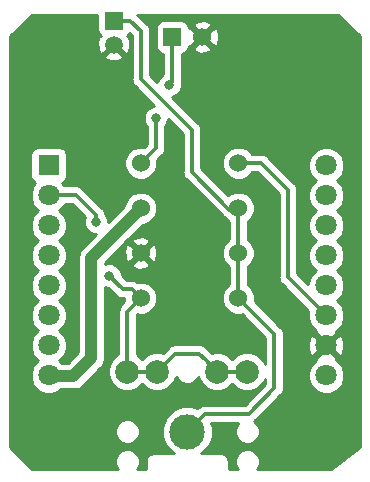
<source format=gbr>
G04 #@! TF.GenerationSoftware,KiCad,Pcbnew,5.0.0-fee4fd1~65~ubuntu17.10.1*
G04 #@! TF.CreationDate,2018-11-13T13:37:27+00:00*
G04 #@! TF.ProjectId,Power Monitor Version 1,506F776572204D6F6E69746F72205665,rev?*
G04 #@! TF.SameCoordinates,Original*
G04 #@! TF.FileFunction,Copper,L2,Bot,Signal*
G04 #@! TF.FilePolarity,Positive*
%FSLAX46Y46*%
G04 Gerber Fmt 4.6, Leading zero omitted, Abs format (unit mm)*
G04 Created by KiCad (PCBNEW 5.0.0-fee4fd1~65~ubuntu17.10.1) date Tue Nov 13 13:37:27 2018*
%MOMM*%
%LPD*%
G01*
G04 APERTURE LIST*
G04 #@! TA.AperFunction,ComponentPad*
%ADD10R,1.500000X1.500000*%
G04 #@! TD*
G04 #@! TA.AperFunction,ComponentPad*
%ADD11C,1.500000*%
G04 #@! TD*
G04 #@! TA.AperFunction,ComponentPad*
%ADD12R,1.524000X1.524000*%
G04 #@! TD*
G04 #@! TA.AperFunction,ComponentPad*
%ADD13C,1.524000*%
G04 #@! TD*
G04 #@! TA.AperFunction,ComponentPad*
%ADD14C,2.000000*%
G04 #@! TD*
G04 #@! TA.AperFunction,ComponentPad*
%ADD15C,3.000000*%
G04 #@! TD*
G04 #@! TA.AperFunction,ComponentPad*
%ADD16R,1.800000X1.800000*%
G04 #@! TD*
G04 #@! TA.AperFunction,ComponentPad*
%ADD17C,1.800000*%
G04 #@! TD*
G04 #@! TA.AperFunction,ViaPad*
%ADD18C,0.800000*%
G04 #@! TD*
G04 #@! TA.AperFunction,Conductor*
%ADD19C,0.300000*%
G04 #@! TD*
G04 #@! TA.AperFunction,Conductor*
%ADD20C,1.000000*%
G04 #@! TD*
G04 #@! TA.AperFunction,Conductor*
%ADD21C,0.254000*%
G04 #@! TD*
G04 APERTURE END LIST*
D10*
G04 #@! TO.P,C1,1*
G04 #@! TO.N,Net-(C1-Pad1)*
X129540000Y-73025000D03*
D11*
G04 #@! TO.P,C1,2*
G04 #@! TO.N,GND*
X129540000Y-75057000D03*
G04 #@! TD*
D12*
G04 #@! TO.P,D1,1*
G04 #@! TO.N,Net-(D1-Pad1)*
X134493000Y-74422000D03*
D13*
G04 #@! TO.P,D1,2*
G04 #@! TO.N,GND*
X137033000Y-74422000D03*
G04 #@! TD*
D14*
G04 #@! TO.P,J1,3*
G04 #@! TO.N,Net-(J1-Pad2)*
X133223000Y-102743000D03*
G04 #@! TO.P,J1,2*
X130683000Y-102743000D03*
G04 #@! TO.P,J1,4*
X138303000Y-102743000D03*
G04 #@! TO.P,J1,5*
X140843000Y-102743000D03*
D15*
G04 #@! TO.P,J1,1*
G04 #@! TO.N,Net-(C1-Pad1)*
X135763000Y-107823000D03*
G04 #@! TD*
D16*
G04 #@! TO.P,M1,1*
G04 #@! TO.N,N/C*
X124027001Y-85292001D03*
D17*
G04 #@! TO.P,M1,2*
G04 #@! TO.N,Net-(J1-Pad2)*
X124027001Y-87832001D03*
G04 #@! TO.P,M1,3*
G04 #@! TO.N,N/C*
X124027001Y-90372001D03*
G04 #@! TO.P,M1,4*
X124027001Y-92912001D03*
G04 #@! TO.P,M1,5*
X124027001Y-95452001D03*
G04 #@! TO.P,M1,6*
X124027001Y-97992001D03*
G04 #@! TO.P,M1,7*
X124027001Y-100532001D03*
G04 #@! TO.P,M1,9*
X147522001Y-103072001D03*
G04 #@! TO.P,M1,10*
G04 #@! TO.N,GND*
X147522001Y-100532001D03*
G04 #@! TO.P,M1,11*
G04 #@! TO.N,Net-(M1-Pad11)*
X147522001Y-97992001D03*
G04 #@! TO.P,M1,12*
G04 #@! TO.N,N/C*
X147522001Y-95452001D03*
G04 #@! TO.P,M1,13*
X147522001Y-92912001D03*
G04 #@! TO.P,M1,14*
X147522001Y-90372001D03*
G04 #@! TO.P,M1,8*
G04 #@! TO.N,+3V3*
X124027001Y-103072001D03*
G04 #@! TO.P,M1,15*
G04 #@! TO.N,N/C*
X147522001Y-87832001D03*
G04 #@! TO.P,M1,16*
X147522001Y-85292001D03*
G04 #@! TD*
D13*
G04 #@! TO.P,R1,1*
G04 #@! TO.N,Net-(J1-Pad2)*
X131826000Y-96520000D03*
G04 #@! TO.P,R1,2*
G04 #@! TO.N,Net-(C1-Pad1)*
X140081000Y-96520000D03*
G04 #@! TD*
G04 #@! TO.P,R2,1*
G04 #@! TO.N,+3V3*
X131826000Y-88900000D03*
G04 #@! TO.P,R2,2*
G04 #@! TO.N,Net-(C1-Pad1)*
X140081000Y-88900000D03*
G04 #@! TD*
G04 #@! TO.P,R3,2*
G04 #@! TO.N,GND*
X131826000Y-92710000D03*
G04 #@! TO.P,R3,1*
G04 #@! TO.N,Net-(C1-Pad1)*
X140081000Y-92710000D03*
G04 #@! TD*
G04 #@! TO.P,R4,2*
G04 #@! TO.N,Net-(D1-Pad1)*
X131826000Y-85090000D03*
G04 #@! TO.P,R4,1*
G04 #@! TO.N,Net-(M1-Pad11)*
X140081000Y-85090000D03*
G04 #@! TD*
D18*
G04 #@! TO.N,GND*
X139700000Y-77470000D03*
X142240000Y-77470000D03*
X144780000Y-77470000D03*
X144780000Y-80010000D03*
X142240000Y-80010000D03*
X139700000Y-80010000D03*
X127000000Y-77470000D03*
X124460000Y-77470000D03*
X121920000Y-77470000D03*
X121920000Y-80010000D03*
X124460000Y-80010000D03*
X127000000Y-80010000D03*
X135890000Y-88900000D03*
X135890000Y-91440000D03*
X135890000Y-93980000D03*
X125730000Y-106680000D03*
X125730000Y-109220000D03*
X123190000Y-106680000D03*
X144780000Y-106680000D03*
X147320000Y-106680000D03*
X144780000Y-109220000D03*
X143510000Y-96520000D03*
X142240000Y-88900000D03*
X135890000Y-96520000D03*
X128270000Y-86360000D03*
X125730000Y-91440000D03*
X125730000Y-96520000D03*
X121920000Y-91440000D03*
X121920000Y-96520000D03*
X149860000Y-91440000D03*
X149860000Y-96520000D03*
X146050000Y-91440000D03*
X147320000Y-77470000D03*
X147320000Y-80010000D03*
G04 #@! TO.N,Net-(D1-Pad1)*
X134239000Y-78486000D03*
X133096000Y-81280000D03*
G04 #@! TO.N,Net-(J1-Pad2)*
X129159000Y-94615000D03*
X128016000Y-90043000D03*
G04 #@! TD*
D19*
G04 #@! TO.N,Net-(C1-Pad1)*
X137262999Y-106323001D02*
X140945999Y-106323001D01*
X135763000Y-107823000D02*
X137262999Y-106323001D01*
X140945999Y-106323001D02*
X143129000Y-104140000D01*
X143129000Y-104140000D02*
X143129000Y-99568000D01*
X143129000Y-99568000D02*
X140081000Y-96520000D01*
X140081000Y-92710000D02*
X140081000Y-93787630D01*
X140081000Y-93787630D02*
X140081000Y-96520000D01*
X140081000Y-92710000D02*
X140081000Y-91632370D01*
X140081000Y-91632370D02*
X140081000Y-89027000D01*
X140081000Y-89027000D02*
X139319000Y-89027000D01*
X139319000Y-89027000D02*
X136144000Y-85852000D01*
X136144000Y-85852000D02*
X136144000Y-82296000D01*
X136144000Y-82296000D02*
X131826000Y-77978000D01*
X131826000Y-77978000D02*
X131826000Y-73914000D01*
X131826000Y-73914000D02*
X130937000Y-73025000D01*
X130937000Y-73025000D02*
X129540000Y-73025000D01*
G04 #@! TO.N,Net-(D1-Pad1)*
X134493000Y-74422000D02*
X134493000Y-78232000D01*
X134493000Y-78232000D02*
X134239000Y-78486000D01*
X133096000Y-81280000D02*
X133096000Y-83820000D01*
X133096000Y-83820000D02*
X131826000Y-85090000D01*
G04 #@! TO.N,Net-(J1-Pad2)*
X140843000Y-102743000D02*
X138303000Y-102743000D01*
X138303000Y-102743000D02*
X137303001Y-101743001D01*
X137303001Y-101743001D02*
X136779000Y-101219000D01*
X136779000Y-101219000D02*
X134747000Y-101219000D01*
X134747000Y-101219000D02*
X133223000Y-102743000D01*
X133223000Y-102743000D02*
X130683000Y-102743000D01*
X130683000Y-97663000D02*
X131064001Y-97281999D01*
X130683000Y-102743000D02*
X130683000Y-97663000D01*
X131064001Y-97281999D02*
X131826000Y-96520000D01*
X131064001Y-95758001D02*
X130302001Y-95758001D01*
X131826000Y-96520000D02*
X131064001Y-95758001D01*
X130302001Y-95758001D02*
X129159000Y-94615000D01*
X128016000Y-89477315D02*
X126295685Y-87757000D01*
X128016000Y-90043000D02*
X128016000Y-89477315D01*
X126295685Y-87757000D02*
X123952000Y-87757000D01*
G04 #@! TO.N,Net-(M1-Pad11)*
X147522001Y-97992001D02*
X144272000Y-94742000D01*
X144272000Y-94742000D02*
X144272000Y-87376000D01*
X144272000Y-87376000D02*
X141986000Y-85090000D01*
X141986000Y-85090000D02*
X140081000Y-85090000D01*
D20*
G04 #@! TO.N,+3V3*
X131826000Y-88900000D02*
X127635000Y-93091000D01*
X127635000Y-93091000D02*
X127635000Y-101600000D01*
X127635000Y-101600000D02*
X126111000Y-103124000D01*
X126111000Y-103124000D02*
X123952000Y-103124000D01*
G04 #@! TD*
D21*
G04 #@! TO.N,GND*
G36*
X150368000Y-74347606D02*
X150368000Y-109156500D01*
X147912667Y-110998000D01*
X141671711Y-110998000D01*
X141720431Y-110949280D01*
X141878000Y-110568874D01*
X141878000Y-110157126D01*
X141720431Y-109776720D01*
X141429280Y-109485569D01*
X141048874Y-109328000D01*
X140637126Y-109328000D01*
X140256720Y-109485569D01*
X139965569Y-109776720D01*
X139808000Y-110157126D01*
X139808000Y-110568874D01*
X139965569Y-110949280D01*
X140014289Y-110998000D01*
X139267000Y-110998000D01*
X139267000Y-110432926D01*
X139280909Y-110363000D01*
X139234851Y-110131447D01*
X139225805Y-110085972D01*
X139209118Y-110060998D01*
X139068881Y-109851119D01*
X138834028Y-109694195D01*
X138626926Y-109653000D01*
X138626925Y-109653000D01*
X138557000Y-109639091D01*
X138487074Y-109653000D01*
X136924014Y-109653000D01*
X136972380Y-109632966D01*
X137572966Y-109032380D01*
X137898000Y-108247678D01*
X137898000Y-107398322D01*
X137777745Y-107108001D01*
X140094288Y-107108001D01*
X139965569Y-107236720D01*
X139808000Y-107617126D01*
X139808000Y-108028874D01*
X139965569Y-108409280D01*
X140256720Y-108700431D01*
X140637126Y-108858000D01*
X141048874Y-108858000D01*
X141429280Y-108700431D01*
X141720431Y-108409280D01*
X141878000Y-108028874D01*
X141878000Y-107617126D01*
X141720431Y-107236720D01*
X141429280Y-106945569D01*
X141428010Y-106945043D01*
X141511952Y-106888954D01*
X141555748Y-106823409D01*
X143629408Y-104749749D01*
X143694953Y-104705953D01*
X143868454Y-104446292D01*
X143914000Y-104217316D01*
X143914000Y-104217312D01*
X143929378Y-104140000D01*
X143914000Y-104062688D01*
X143914000Y-102766671D01*
X145987001Y-102766671D01*
X145987001Y-103377331D01*
X146220691Y-103941508D01*
X146652494Y-104373311D01*
X147216671Y-104607001D01*
X147827331Y-104607001D01*
X148391508Y-104373311D01*
X148823311Y-103941508D01*
X149057001Y-103377331D01*
X149057001Y-102766671D01*
X148823311Y-102202494D01*
X148391508Y-101770691D01*
X148371886Y-101762563D01*
X148422555Y-101612160D01*
X147522001Y-100711606D01*
X146621447Y-101612160D01*
X146672116Y-101762563D01*
X146652494Y-101770691D01*
X146220691Y-102202494D01*
X145987001Y-102766671D01*
X143914000Y-102766671D01*
X143914000Y-100291337D01*
X145975543Y-100291337D01*
X146001162Y-100901461D01*
X146185358Y-101346149D01*
X146441842Y-101432555D01*
X147342396Y-100532001D01*
X147701606Y-100532001D01*
X148602160Y-101432555D01*
X148858644Y-101346149D01*
X149068459Y-100772665D01*
X149042840Y-100162541D01*
X148858644Y-99717853D01*
X148602160Y-99631447D01*
X147701606Y-100532001D01*
X147342396Y-100532001D01*
X146441842Y-99631447D01*
X146185358Y-99717853D01*
X145975543Y-100291337D01*
X143914000Y-100291337D01*
X143914000Y-99645312D01*
X143929378Y-99568000D01*
X143914000Y-99490688D01*
X143914000Y-99490684D01*
X143868454Y-99261708D01*
X143824120Y-99195358D01*
X143738749Y-99067591D01*
X143738747Y-99067589D01*
X143694953Y-99002047D01*
X143629411Y-98958253D01*
X141475375Y-96804218D01*
X141478000Y-96797881D01*
X141478000Y-96242119D01*
X141265320Y-95728663D01*
X140872337Y-95335680D01*
X140866000Y-95333055D01*
X140866000Y-93896945D01*
X140872337Y-93894320D01*
X141265320Y-93501337D01*
X141478000Y-92987881D01*
X141478000Y-92432119D01*
X141265320Y-91918663D01*
X140872337Y-91525680D01*
X140866000Y-91523055D01*
X140866000Y-90086945D01*
X140872337Y-90084320D01*
X141265320Y-89691337D01*
X141478000Y-89177881D01*
X141478000Y-88622119D01*
X141265320Y-88108663D01*
X140872337Y-87715680D01*
X140358881Y-87503000D01*
X139803119Y-87503000D01*
X139289663Y-87715680D01*
X139203750Y-87801593D01*
X136929000Y-85526843D01*
X136929000Y-84812119D01*
X138684000Y-84812119D01*
X138684000Y-85367881D01*
X138896680Y-85881337D01*
X139289663Y-86274320D01*
X139803119Y-86487000D01*
X140358881Y-86487000D01*
X140872337Y-86274320D01*
X141265320Y-85881337D01*
X141267945Y-85875000D01*
X141660843Y-85875000D01*
X143487001Y-87701159D01*
X143487000Y-94664688D01*
X143471622Y-94742000D01*
X143487000Y-94819312D01*
X143487000Y-94819315D01*
X143514511Y-94957623D01*
X143532546Y-95048291D01*
X143628602Y-95192048D01*
X143706047Y-95307953D01*
X143771592Y-95351749D01*
X146022005Y-97602163D01*
X145987001Y-97686671D01*
X145987001Y-98297331D01*
X146220691Y-98861508D01*
X146652494Y-99293311D01*
X146672116Y-99301439D01*
X146621447Y-99451842D01*
X147522001Y-100352396D01*
X148422555Y-99451842D01*
X148371886Y-99301439D01*
X148391508Y-99293311D01*
X148823311Y-98861508D01*
X149057001Y-98297331D01*
X149057001Y-97686671D01*
X148823311Y-97122494D01*
X148422818Y-96722001D01*
X148823311Y-96321508D01*
X149057001Y-95757331D01*
X149057001Y-95146671D01*
X148823311Y-94582494D01*
X148422818Y-94182001D01*
X148823311Y-93781508D01*
X149057001Y-93217331D01*
X149057001Y-92606671D01*
X148823311Y-92042494D01*
X148422818Y-91642001D01*
X148823311Y-91241508D01*
X149057001Y-90677331D01*
X149057001Y-90066671D01*
X148823311Y-89502494D01*
X148422818Y-89102001D01*
X148823311Y-88701508D01*
X149057001Y-88137331D01*
X149057001Y-87526671D01*
X148823311Y-86962494D01*
X148422818Y-86562001D01*
X148823311Y-86161508D01*
X149057001Y-85597331D01*
X149057001Y-84986671D01*
X148823311Y-84422494D01*
X148391508Y-83990691D01*
X147827331Y-83757001D01*
X147216671Y-83757001D01*
X146652494Y-83990691D01*
X146220691Y-84422494D01*
X145987001Y-84986671D01*
X145987001Y-85597331D01*
X146220691Y-86161508D01*
X146621184Y-86562001D01*
X146220691Y-86962494D01*
X145987001Y-87526671D01*
X145987001Y-88137331D01*
X146220691Y-88701508D01*
X146621184Y-89102001D01*
X146220691Y-89502494D01*
X145987001Y-90066671D01*
X145987001Y-90677331D01*
X146220691Y-91241508D01*
X146621184Y-91642001D01*
X146220691Y-92042494D01*
X145987001Y-92606671D01*
X145987001Y-93217331D01*
X146220691Y-93781508D01*
X146621184Y-94182001D01*
X146220691Y-94582494D01*
X145987001Y-95146671D01*
X145987001Y-95346844D01*
X145057000Y-94416843D01*
X145057000Y-87453310D01*
X145072378Y-87375999D01*
X145057000Y-87298688D01*
X145057000Y-87298684D01*
X145011454Y-87069708D01*
X144931885Y-86950625D01*
X144881749Y-86875591D01*
X144881747Y-86875589D01*
X144837953Y-86810047D01*
X144772411Y-86766253D01*
X142595749Y-84589592D01*
X142551953Y-84524047D01*
X142292292Y-84350546D01*
X142063316Y-84305000D01*
X142063312Y-84305000D01*
X141986000Y-84289622D01*
X141908688Y-84305000D01*
X141267945Y-84305000D01*
X141265320Y-84298663D01*
X140872337Y-83905680D01*
X140358881Y-83693000D01*
X139803119Y-83693000D01*
X139289663Y-83905680D01*
X138896680Y-84298663D01*
X138684000Y-84812119D01*
X136929000Y-84812119D01*
X136929000Y-82373310D01*
X136944378Y-82295999D01*
X136929000Y-82218688D01*
X136929000Y-82218684D01*
X136883454Y-81989708D01*
X136800982Y-81866280D01*
X136753749Y-81795591D01*
X136753747Y-81795589D01*
X136709953Y-81730047D01*
X136644411Y-81686253D01*
X134469116Y-79510959D01*
X134825280Y-79363431D01*
X135116431Y-79072280D01*
X135274000Y-78691874D01*
X135274000Y-78329425D01*
X135278000Y-78309316D01*
X135278000Y-78309311D01*
X135293378Y-78232001D01*
X135278000Y-78154690D01*
X135278000Y-75826865D01*
X135502765Y-75782157D01*
X135712809Y-75641809D01*
X135853157Y-75431765D01*
X135859035Y-75402213D01*
X136232392Y-75402213D01*
X136301857Y-75644397D01*
X136825302Y-75831144D01*
X137380368Y-75803362D01*
X137764143Y-75644397D01*
X137833608Y-75402213D01*
X137033000Y-74601605D01*
X136232392Y-75402213D01*
X135859035Y-75402213D01*
X135902440Y-75184000D01*
X135902440Y-75179484D01*
X136052787Y-75222608D01*
X136853395Y-74422000D01*
X137212605Y-74422000D01*
X138013213Y-75222608D01*
X138255397Y-75153143D01*
X138442144Y-74629698D01*
X138414362Y-74074632D01*
X138255397Y-73690857D01*
X138013213Y-73621392D01*
X137212605Y-74422000D01*
X136853395Y-74422000D01*
X136052787Y-73621392D01*
X135902440Y-73664516D01*
X135902440Y-73660000D01*
X135859036Y-73441787D01*
X136232392Y-73441787D01*
X137033000Y-74242395D01*
X137833608Y-73441787D01*
X137764143Y-73199603D01*
X137240698Y-73012856D01*
X136685632Y-73040638D01*
X136301857Y-73199603D01*
X136232392Y-73441787D01*
X135859036Y-73441787D01*
X135853157Y-73412235D01*
X135712809Y-73202191D01*
X135502765Y-73061843D01*
X135255000Y-73012560D01*
X133731000Y-73012560D01*
X133483235Y-73061843D01*
X133273191Y-73202191D01*
X133132843Y-73412235D01*
X133083560Y-73660000D01*
X133083560Y-75184000D01*
X133132843Y-75431765D01*
X133273191Y-75641809D01*
X133483235Y-75782157D01*
X133708000Y-75826865D01*
X133708001Y-77585671D01*
X133652720Y-77608569D01*
X133361569Y-77899720D01*
X133214041Y-78255884D01*
X132611000Y-77652843D01*
X132611000Y-73991312D01*
X132626378Y-73914000D01*
X132611000Y-73836688D01*
X132611000Y-73836684D01*
X132565454Y-73607708D01*
X132491318Y-73496756D01*
X132435749Y-73413591D01*
X132435747Y-73413589D01*
X132391953Y-73348047D01*
X132326411Y-73304253D01*
X131546749Y-72524592D01*
X131541676Y-72517000D01*
X148537394Y-72517000D01*
X150368000Y-74347606D01*
X150368000Y-74347606D01*
G37*
X150368000Y-74347606D02*
X150368000Y-109156500D01*
X147912667Y-110998000D01*
X141671711Y-110998000D01*
X141720431Y-110949280D01*
X141878000Y-110568874D01*
X141878000Y-110157126D01*
X141720431Y-109776720D01*
X141429280Y-109485569D01*
X141048874Y-109328000D01*
X140637126Y-109328000D01*
X140256720Y-109485569D01*
X139965569Y-109776720D01*
X139808000Y-110157126D01*
X139808000Y-110568874D01*
X139965569Y-110949280D01*
X140014289Y-110998000D01*
X139267000Y-110998000D01*
X139267000Y-110432926D01*
X139280909Y-110363000D01*
X139234851Y-110131447D01*
X139225805Y-110085972D01*
X139209118Y-110060998D01*
X139068881Y-109851119D01*
X138834028Y-109694195D01*
X138626926Y-109653000D01*
X138626925Y-109653000D01*
X138557000Y-109639091D01*
X138487074Y-109653000D01*
X136924014Y-109653000D01*
X136972380Y-109632966D01*
X137572966Y-109032380D01*
X137898000Y-108247678D01*
X137898000Y-107398322D01*
X137777745Y-107108001D01*
X140094288Y-107108001D01*
X139965569Y-107236720D01*
X139808000Y-107617126D01*
X139808000Y-108028874D01*
X139965569Y-108409280D01*
X140256720Y-108700431D01*
X140637126Y-108858000D01*
X141048874Y-108858000D01*
X141429280Y-108700431D01*
X141720431Y-108409280D01*
X141878000Y-108028874D01*
X141878000Y-107617126D01*
X141720431Y-107236720D01*
X141429280Y-106945569D01*
X141428010Y-106945043D01*
X141511952Y-106888954D01*
X141555748Y-106823409D01*
X143629408Y-104749749D01*
X143694953Y-104705953D01*
X143868454Y-104446292D01*
X143914000Y-104217316D01*
X143914000Y-104217312D01*
X143929378Y-104140000D01*
X143914000Y-104062688D01*
X143914000Y-102766671D01*
X145987001Y-102766671D01*
X145987001Y-103377331D01*
X146220691Y-103941508D01*
X146652494Y-104373311D01*
X147216671Y-104607001D01*
X147827331Y-104607001D01*
X148391508Y-104373311D01*
X148823311Y-103941508D01*
X149057001Y-103377331D01*
X149057001Y-102766671D01*
X148823311Y-102202494D01*
X148391508Y-101770691D01*
X148371886Y-101762563D01*
X148422555Y-101612160D01*
X147522001Y-100711606D01*
X146621447Y-101612160D01*
X146672116Y-101762563D01*
X146652494Y-101770691D01*
X146220691Y-102202494D01*
X145987001Y-102766671D01*
X143914000Y-102766671D01*
X143914000Y-100291337D01*
X145975543Y-100291337D01*
X146001162Y-100901461D01*
X146185358Y-101346149D01*
X146441842Y-101432555D01*
X147342396Y-100532001D01*
X147701606Y-100532001D01*
X148602160Y-101432555D01*
X148858644Y-101346149D01*
X149068459Y-100772665D01*
X149042840Y-100162541D01*
X148858644Y-99717853D01*
X148602160Y-99631447D01*
X147701606Y-100532001D01*
X147342396Y-100532001D01*
X146441842Y-99631447D01*
X146185358Y-99717853D01*
X145975543Y-100291337D01*
X143914000Y-100291337D01*
X143914000Y-99645312D01*
X143929378Y-99568000D01*
X143914000Y-99490688D01*
X143914000Y-99490684D01*
X143868454Y-99261708D01*
X143824120Y-99195358D01*
X143738749Y-99067591D01*
X143738747Y-99067589D01*
X143694953Y-99002047D01*
X143629411Y-98958253D01*
X141475375Y-96804218D01*
X141478000Y-96797881D01*
X141478000Y-96242119D01*
X141265320Y-95728663D01*
X140872337Y-95335680D01*
X140866000Y-95333055D01*
X140866000Y-93896945D01*
X140872337Y-93894320D01*
X141265320Y-93501337D01*
X141478000Y-92987881D01*
X141478000Y-92432119D01*
X141265320Y-91918663D01*
X140872337Y-91525680D01*
X140866000Y-91523055D01*
X140866000Y-90086945D01*
X140872337Y-90084320D01*
X141265320Y-89691337D01*
X141478000Y-89177881D01*
X141478000Y-88622119D01*
X141265320Y-88108663D01*
X140872337Y-87715680D01*
X140358881Y-87503000D01*
X139803119Y-87503000D01*
X139289663Y-87715680D01*
X139203750Y-87801593D01*
X136929000Y-85526843D01*
X136929000Y-84812119D01*
X138684000Y-84812119D01*
X138684000Y-85367881D01*
X138896680Y-85881337D01*
X139289663Y-86274320D01*
X139803119Y-86487000D01*
X140358881Y-86487000D01*
X140872337Y-86274320D01*
X141265320Y-85881337D01*
X141267945Y-85875000D01*
X141660843Y-85875000D01*
X143487001Y-87701159D01*
X143487000Y-94664688D01*
X143471622Y-94742000D01*
X143487000Y-94819312D01*
X143487000Y-94819315D01*
X143514511Y-94957623D01*
X143532546Y-95048291D01*
X143628602Y-95192048D01*
X143706047Y-95307953D01*
X143771592Y-95351749D01*
X146022005Y-97602163D01*
X145987001Y-97686671D01*
X145987001Y-98297331D01*
X146220691Y-98861508D01*
X146652494Y-99293311D01*
X146672116Y-99301439D01*
X146621447Y-99451842D01*
X147522001Y-100352396D01*
X148422555Y-99451842D01*
X148371886Y-99301439D01*
X148391508Y-99293311D01*
X148823311Y-98861508D01*
X149057001Y-98297331D01*
X149057001Y-97686671D01*
X148823311Y-97122494D01*
X148422818Y-96722001D01*
X148823311Y-96321508D01*
X149057001Y-95757331D01*
X149057001Y-95146671D01*
X148823311Y-94582494D01*
X148422818Y-94182001D01*
X148823311Y-93781508D01*
X149057001Y-93217331D01*
X149057001Y-92606671D01*
X148823311Y-92042494D01*
X148422818Y-91642001D01*
X148823311Y-91241508D01*
X149057001Y-90677331D01*
X149057001Y-90066671D01*
X148823311Y-89502494D01*
X148422818Y-89102001D01*
X148823311Y-88701508D01*
X149057001Y-88137331D01*
X149057001Y-87526671D01*
X148823311Y-86962494D01*
X148422818Y-86562001D01*
X148823311Y-86161508D01*
X149057001Y-85597331D01*
X149057001Y-84986671D01*
X148823311Y-84422494D01*
X148391508Y-83990691D01*
X147827331Y-83757001D01*
X147216671Y-83757001D01*
X146652494Y-83990691D01*
X146220691Y-84422494D01*
X145987001Y-84986671D01*
X145987001Y-85597331D01*
X146220691Y-86161508D01*
X146621184Y-86562001D01*
X146220691Y-86962494D01*
X145987001Y-87526671D01*
X145987001Y-88137331D01*
X146220691Y-88701508D01*
X146621184Y-89102001D01*
X146220691Y-89502494D01*
X145987001Y-90066671D01*
X145987001Y-90677331D01*
X146220691Y-91241508D01*
X146621184Y-91642001D01*
X146220691Y-92042494D01*
X145987001Y-92606671D01*
X145987001Y-93217331D01*
X146220691Y-93781508D01*
X146621184Y-94182001D01*
X146220691Y-94582494D01*
X145987001Y-95146671D01*
X145987001Y-95346844D01*
X145057000Y-94416843D01*
X145057000Y-87453310D01*
X145072378Y-87375999D01*
X145057000Y-87298688D01*
X145057000Y-87298684D01*
X145011454Y-87069708D01*
X144931885Y-86950625D01*
X144881749Y-86875591D01*
X144881747Y-86875589D01*
X144837953Y-86810047D01*
X144772411Y-86766253D01*
X142595749Y-84589592D01*
X142551953Y-84524047D01*
X142292292Y-84350546D01*
X142063316Y-84305000D01*
X142063312Y-84305000D01*
X141986000Y-84289622D01*
X141908688Y-84305000D01*
X141267945Y-84305000D01*
X141265320Y-84298663D01*
X140872337Y-83905680D01*
X140358881Y-83693000D01*
X139803119Y-83693000D01*
X139289663Y-83905680D01*
X138896680Y-84298663D01*
X138684000Y-84812119D01*
X136929000Y-84812119D01*
X136929000Y-82373310D01*
X136944378Y-82295999D01*
X136929000Y-82218688D01*
X136929000Y-82218684D01*
X136883454Y-81989708D01*
X136800982Y-81866280D01*
X136753749Y-81795591D01*
X136753747Y-81795589D01*
X136709953Y-81730047D01*
X136644411Y-81686253D01*
X134469116Y-79510959D01*
X134825280Y-79363431D01*
X135116431Y-79072280D01*
X135274000Y-78691874D01*
X135274000Y-78329425D01*
X135278000Y-78309316D01*
X135278000Y-78309311D01*
X135293378Y-78232001D01*
X135278000Y-78154690D01*
X135278000Y-75826865D01*
X135502765Y-75782157D01*
X135712809Y-75641809D01*
X135853157Y-75431765D01*
X135859035Y-75402213D01*
X136232392Y-75402213D01*
X136301857Y-75644397D01*
X136825302Y-75831144D01*
X137380368Y-75803362D01*
X137764143Y-75644397D01*
X137833608Y-75402213D01*
X137033000Y-74601605D01*
X136232392Y-75402213D01*
X135859035Y-75402213D01*
X135902440Y-75184000D01*
X135902440Y-75179484D01*
X136052787Y-75222608D01*
X136853395Y-74422000D01*
X137212605Y-74422000D01*
X138013213Y-75222608D01*
X138255397Y-75153143D01*
X138442144Y-74629698D01*
X138414362Y-74074632D01*
X138255397Y-73690857D01*
X138013213Y-73621392D01*
X137212605Y-74422000D01*
X136853395Y-74422000D01*
X136052787Y-73621392D01*
X135902440Y-73664516D01*
X135902440Y-73660000D01*
X135859036Y-73441787D01*
X136232392Y-73441787D01*
X137033000Y-74242395D01*
X137833608Y-73441787D01*
X137764143Y-73199603D01*
X137240698Y-73012856D01*
X136685632Y-73040638D01*
X136301857Y-73199603D01*
X136232392Y-73441787D01*
X135859036Y-73441787D01*
X135853157Y-73412235D01*
X135712809Y-73202191D01*
X135502765Y-73061843D01*
X135255000Y-73012560D01*
X133731000Y-73012560D01*
X133483235Y-73061843D01*
X133273191Y-73202191D01*
X133132843Y-73412235D01*
X133083560Y-73660000D01*
X133083560Y-75184000D01*
X133132843Y-75431765D01*
X133273191Y-75641809D01*
X133483235Y-75782157D01*
X133708000Y-75826865D01*
X133708001Y-77585671D01*
X133652720Y-77608569D01*
X133361569Y-77899720D01*
X133214041Y-78255884D01*
X132611000Y-77652843D01*
X132611000Y-73991312D01*
X132626378Y-73914000D01*
X132611000Y-73836688D01*
X132611000Y-73836684D01*
X132565454Y-73607708D01*
X132491318Y-73496756D01*
X132435749Y-73413591D01*
X132435747Y-73413589D01*
X132391953Y-73348047D01*
X132326411Y-73304253D01*
X131546749Y-72524592D01*
X131541676Y-72517000D01*
X148537394Y-72517000D01*
X150368000Y-74347606D01*
G36*
X128142560Y-73775000D02*
X128191843Y-74022765D01*
X128332191Y-74232809D01*
X128436315Y-74302383D01*
X128327540Y-74333077D01*
X128142799Y-74852171D01*
X128170770Y-75402448D01*
X128327540Y-75780923D01*
X128568483Y-75848912D01*
X129360395Y-75057000D01*
X129346253Y-75042858D01*
X129525858Y-74863253D01*
X129540000Y-74877395D01*
X129554143Y-74863253D01*
X129733748Y-75042858D01*
X129719605Y-75057000D01*
X130511517Y-75848912D01*
X130752460Y-75780923D01*
X130937201Y-75261829D01*
X130909230Y-74711552D01*
X130752460Y-74333077D01*
X130643685Y-74302383D01*
X130747809Y-74232809D01*
X130862703Y-74060860D01*
X131041001Y-74239159D01*
X131041000Y-77900688D01*
X131025622Y-77978000D01*
X131041000Y-78055312D01*
X131041000Y-78055315D01*
X131086546Y-78284291D01*
X131260047Y-78543953D01*
X131325592Y-78587749D01*
X132982843Y-80245000D01*
X132890126Y-80245000D01*
X132509720Y-80402569D01*
X132218569Y-80693720D01*
X132061000Y-81074126D01*
X132061000Y-81485874D01*
X132218569Y-81866280D01*
X132311000Y-81958711D01*
X132311001Y-83494841D01*
X132110218Y-83695625D01*
X132103881Y-83693000D01*
X131548119Y-83693000D01*
X131034663Y-83905680D01*
X130641680Y-84298663D01*
X130429000Y-84812119D01*
X130429000Y-85367881D01*
X130641680Y-85881337D01*
X131034663Y-86274320D01*
X131548119Y-86487000D01*
X132103881Y-86487000D01*
X132617337Y-86274320D01*
X133010320Y-85881337D01*
X133223000Y-85367881D01*
X133223000Y-84812119D01*
X133220375Y-84805782D01*
X133596411Y-84429747D01*
X133661953Y-84385953D01*
X133705747Y-84320411D01*
X133705749Y-84320409D01*
X133755885Y-84245375D01*
X133835454Y-84126292D01*
X133881000Y-83897316D01*
X133881000Y-83897312D01*
X133896378Y-83820001D01*
X133881000Y-83742690D01*
X133881000Y-81958711D01*
X133973431Y-81866280D01*
X134131000Y-81485874D01*
X134131000Y-81393158D01*
X135359001Y-82621159D01*
X135359000Y-85774688D01*
X135343622Y-85852000D01*
X135359000Y-85929312D01*
X135359000Y-85929315D01*
X135404546Y-86158291D01*
X135578047Y-86417953D01*
X135643592Y-86461749D01*
X138709253Y-89527411D01*
X138753047Y-89592953D01*
X138818589Y-89636747D01*
X138818591Y-89636749D01*
X138895299Y-89688004D01*
X138896680Y-89691337D01*
X139289663Y-90084320D01*
X139296001Y-90086945D01*
X139296000Y-91523055D01*
X139289663Y-91525680D01*
X138896680Y-91918663D01*
X138684000Y-92432119D01*
X138684000Y-92987881D01*
X138896680Y-93501337D01*
X139289663Y-93894320D01*
X139296000Y-93896945D01*
X139296001Y-95333055D01*
X139289663Y-95335680D01*
X138896680Y-95728663D01*
X138684000Y-96242119D01*
X138684000Y-96797881D01*
X138896680Y-97311337D01*
X139289663Y-97704320D01*
X139803119Y-97917000D01*
X140358881Y-97917000D01*
X140365218Y-97914375D01*
X142344001Y-99893159D01*
X142344000Y-102094275D01*
X142229086Y-101816847D01*
X141769153Y-101356914D01*
X141168222Y-101108000D01*
X140517778Y-101108000D01*
X139916847Y-101356914D01*
X139573000Y-101700761D01*
X139229153Y-101356914D01*
X138628222Y-101108000D01*
X137977778Y-101108000D01*
X137836625Y-101166467D01*
X137388749Y-100718592D01*
X137344953Y-100653047D01*
X137085292Y-100479546D01*
X136856316Y-100434000D01*
X136856312Y-100434000D01*
X136779000Y-100418622D01*
X136701688Y-100434000D01*
X134824310Y-100434000D01*
X134746999Y-100418622D01*
X134669688Y-100434000D01*
X134669684Y-100434000D01*
X134440708Y-100479546D01*
X134440706Y-100479547D01*
X134440707Y-100479547D01*
X134246591Y-100609251D01*
X134246589Y-100609253D01*
X134181047Y-100653047D01*
X134137253Y-100718589D01*
X133689375Y-101166467D01*
X133548222Y-101108000D01*
X132897778Y-101108000D01*
X132296847Y-101356914D01*
X131953000Y-101700761D01*
X131609153Y-101356914D01*
X131468000Y-101298446D01*
X131468000Y-97988157D01*
X131541782Y-97914375D01*
X131548119Y-97917000D01*
X132103881Y-97917000D01*
X132617337Y-97704320D01*
X133010320Y-97311337D01*
X133223000Y-96797881D01*
X133223000Y-96242119D01*
X133010320Y-95728663D01*
X132617337Y-95335680D01*
X132103881Y-95123000D01*
X131548119Y-95123000D01*
X131534845Y-95128498D01*
X131370293Y-95018547D01*
X131141317Y-94973001D01*
X131141313Y-94973001D01*
X131064001Y-94957623D01*
X130986689Y-94973001D01*
X130627158Y-94973001D01*
X130194000Y-94539843D01*
X130194000Y-94409126D01*
X130036431Y-94028720D01*
X129745280Y-93737569D01*
X129630953Y-93690213D01*
X131025392Y-93690213D01*
X131094857Y-93932397D01*
X131618302Y-94119144D01*
X132173368Y-94091362D01*
X132557143Y-93932397D01*
X132626608Y-93690213D01*
X131826000Y-92889605D01*
X131025392Y-93690213D01*
X129630953Y-93690213D01*
X129364874Y-93580000D01*
X128953126Y-93580000D01*
X128770000Y-93655853D01*
X128770000Y-93561131D01*
X129828829Y-92502302D01*
X130416856Y-92502302D01*
X130444638Y-93057368D01*
X130603603Y-93441143D01*
X130845787Y-93510608D01*
X131646395Y-92710000D01*
X132005605Y-92710000D01*
X132806213Y-93510608D01*
X133048397Y-93441143D01*
X133235144Y-92917698D01*
X133207362Y-92362632D01*
X133048397Y-91978857D01*
X132806213Y-91909392D01*
X132005605Y-92710000D01*
X131646395Y-92710000D01*
X130845787Y-91909392D01*
X130603603Y-91978857D01*
X130416856Y-92502302D01*
X129828829Y-92502302D01*
X130601344Y-91729787D01*
X131025392Y-91729787D01*
X131826000Y-92530395D01*
X132626608Y-91729787D01*
X132557143Y-91487603D01*
X132033698Y-91300856D01*
X131478632Y-91328638D01*
X131094857Y-91487603D01*
X131025392Y-91729787D01*
X130601344Y-91729787D01*
X132034132Y-90297000D01*
X132103881Y-90297000D01*
X132617337Y-90084320D01*
X133010320Y-89691337D01*
X133223000Y-89177881D01*
X133223000Y-88622119D01*
X133010320Y-88108663D01*
X132617337Y-87715680D01*
X132103881Y-87503000D01*
X131548119Y-87503000D01*
X131034663Y-87715680D01*
X130641680Y-88108663D01*
X130429000Y-88622119D01*
X130429000Y-88691868D01*
X129051000Y-90069868D01*
X129051000Y-89837126D01*
X128893431Y-89456720D01*
X128792133Y-89355422D01*
X128755454Y-89171023D01*
X128751810Y-89165569D01*
X128625749Y-88976906D01*
X128625747Y-88976904D01*
X128581953Y-88911362D01*
X128516411Y-88867568D01*
X126905434Y-87256592D01*
X126861638Y-87191047D01*
X126601977Y-87017546D01*
X126373001Y-86972000D01*
X126372997Y-86972000D01*
X126295685Y-86956622D01*
X126218373Y-86972000D01*
X125332249Y-86972000D01*
X125328311Y-86962494D01*
X125159093Y-86793276D01*
X125174766Y-86790158D01*
X125384810Y-86649810D01*
X125525158Y-86439766D01*
X125574441Y-86192001D01*
X125574441Y-84392001D01*
X125525158Y-84144236D01*
X125384810Y-83934192D01*
X125174766Y-83793844D01*
X124927001Y-83744561D01*
X123127001Y-83744561D01*
X122879236Y-83793844D01*
X122669192Y-83934192D01*
X122528844Y-84144236D01*
X122479561Y-84392001D01*
X122479561Y-86192001D01*
X122528844Y-86439766D01*
X122669192Y-86649810D01*
X122879236Y-86790158D01*
X122894909Y-86793276D01*
X122725691Y-86962494D01*
X122492001Y-87526671D01*
X122492001Y-88137331D01*
X122725691Y-88701508D01*
X123126184Y-89102001D01*
X122725691Y-89502494D01*
X122492001Y-90066671D01*
X122492001Y-90677331D01*
X122725691Y-91241508D01*
X123126184Y-91642001D01*
X122725691Y-92042494D01*
X122492001Y-92606671D01*
X122492001Y-93217331D01*
X122725691Y-93781508D01*
X123126184Y-94182001D01*
X122725691Y-94582494D01*
X122492001Y-95146671D01*
X122492001Y-95757331D01*
X122725691Y-96321508D01*
X123126184Y-96722001D01*
X122725691Y-97122494D01*
X122492001Y-97686671D01*
X122492001Y-98297331D01*
X122725691Y-98861508D01*
X123126184Y-99262001D01*
X122725691Y-99662494D01*
X122492001Y-100226671D01*
X122492001Y-100837331D01*
X122725691Y-101401508D01*
X123126184Y-101802001D01*
X122725691Y-102202494D01*
X122492001Y-102766671D01*
X122492001Y-103377331D01*
X122725691Y-103941508D01*
X123157494Y-104373311D01*
X123721671Y-104607001D01*
X124332331Y-104607001D01*
X124896508Y-104373311D01*
X125010819Y-104259000D01*
X125999217Y-104259000D01*
X126111000Y-104281235D01*
X126222783Y-104259000D01*
X126553855Y-104193146D01*
X126929289Y-103942289D01*
X126992613Y-103847519D01*
X128358524Y-102481609D01*
X128453289Y-102418289D01*
X128704146Y-102042855D01*
X128770000Y-101711783D01*
X128792235Y-101600001D01*
X128770000Y-101488219D01*
X128770000Y-95574147D01*
X128953126Y-95650000D01*
X129083843Y-95650000D01*
X129692252Y-96258409D01*
X129736048Y-96323954D01*
X129995709Y-96497455D01*
X130224685Y-96543001D01*
X130224689Y-96543001D01*
X130302001Y-96558379D01*
X130379313Y-96543001D01*
X130429000Y-96543001D01*
X130429000Y-96797881D01*
X130431625Y-96804218D01*
X130182590Y-97053253D01*
X130117048Y-97097047D01*
X130073254Y-97162589D01*
X130073251Y-97162592D01*
X129943546Y-97356709D01*
X129882622Y-97663000D01*
X129898001Y-97740317D01*
X129898000Y-101298446D01*
X129756847Y-101356914D01*
X129296914Y-101816847D01*
X129048000Y-102417778D01*
X129048000Y-103068222D01*
X129296914Y-103669153D01*
X129756847Y-104129086D01*
X130357778Y-104378000D01*
X131008222Y-104378000D01*
X131609153Y-104129086D01*
X131953000Y-103785239D01*
X132296847Y-104129086D01*
X132897778Y-104378000D01*
X133548222Y-104378000D01*
X134149153Y-104129086D01*
X134609086Y-103669153D01*
X134817718Y-103165472D01*
X134885569Y-103329280D01*
X135176720Y-103620431D01*
X135557126Y-103778000D01*
X135968874Y-103778000D01*
X136349280Y-103620431D01*
X136640431Y-103329280D01*
X136708282Y-103165472D01*
X136916914Y-103669153D01*
X137376847Y-104129086D01*
X137977778Y-104378000D01*
X138628222Y-104378000D01*
X139229153Y-104129086D01*
X139573000Y-103785239D01*
X139916847Y-104129086D01*
X140517778Y-104378000D01*
X141168222Y-104378000D01*
X141769153Y-104129086D01*
X142229086Y-103669153D01*
X142344000Y-103391726D01*
X142344000Y-103814843D01*
X140620842Y-105538001D01*
X137340311Y-105538001D01*
X137262999Y-105522623D01*
X137185687Y-105538001D01*
X137185683Y-105538001D01*
X136956707Y-105583547D01*
X136762590Y-105713252D01*
X136762588Y-105713254D01*
X136697046Y-105757048D01*
X136653252Y-105822590D01*
X136612058Y-105863784D01*
X136187678Y-105688000D01*
X135338322Y-105688000D01*
X134553620Y-106013034D01*
X133953034Y-106613620D01*
X133628000Y-107398322D01*
X133628000Y-108247678D01*
X133953034Y-109032380D01*
X134553620Y-109632966D01*
X134601986Y-109653000D01*
X133038926Y-109653000D01*
X132969000Y-109639091D01*
X132899075Y-109653000D01*
X132899074Y-109653000D01*
X132691972Y-109694195D01*
X132457119Y-109851119D01*
X132300195Y-110085972D01*
X132245091Y-110363000D01*
X132259001Y-110432930D01*
X132259000Y-110998000D01*
X131511711Y-110998000D01*
X131560431Y-110949280D01*
X131718000Y-110568874D01*
X131718000Y-110157126D01*
X131560431Y-109776720D01*
X131269280Y-109485569D01*
X130888874Y-109328000D01*
X130477126Y-109328000D01*
X130096720Y-109485569D01*
X129805569Y-109776720D01*
X129648000Y-110157126D01*
X129648000Y-110568874D01*
X129805569Y-110949280D01*
X129854289Y-110998000D01*
X122607606Y-110998000D01*
X120777000Y-109167394D01*
X120777000Y-107617126D01*
X129648000Y-107617126D01*
X129648000Y-108028874D01*
X129805569Y-108409280D01*
X130096720Y-108700431D01*
X130477126Y-108858000D01*
X130888874Y-108858000D01*
X131269280Y-108700431D01*
X131560431Y-108409280D01*
X131718000Y-108028874D01*
X131718000Y-107617126D01*
X131560431Y-107236720D01*
X131269280Y-106945569D01*
X130888874Y-106788000D01*
X130477126Y-106788000D01*
X130096720Y-106945569D01*
X129805569Y-107236720D01*
X129648000Y-107617126D01*
X120777000Y-107617126D01*
X120777000Y-76028517D01*
X128748088Y-76028517D01*
X128816077Y-76269460D01*
X129335171Y-76454201D01*
X129885448Y-76426230D01*
X130263923Y-76269460D01*
X130331912Y-76028517D01*
X129540000Y-75236605D01*
X128748088Y-76028517D01*
X120777000Y-76028517D01*
X120777000Y-74347606D01*
X122607606Y-72517000D01*
X128142560Y-72517000D01*
X128142560Y-73775000D01*
X128142560Y-73775000D01*
G37*
X128142560Y-73775000D02*
X128191843Y-74022765D01*
X128332191Y-74232809D01*
X128436315Y-74302383D01*
X128327540Y-74333077D01*
X128142799Y-74852171D01*
X128170770Y-75402448D01*
X128327540Y-75780923D01*
X128568483Y-75848912D01*
X129360395Y-75057000D01*
X129346253Y-75042858D01*
X129525858Y-74863253D01*
X129540000Y-74877395D01*
X129554143Y-74863253D01*
X129733748Y-75042858D01*
X129719605Y-75057000D01*
X130511517Y-75848912D01*
X130752460Y-75780923D01*
X130937201Y-75261829D01*
X130909230Y-74711552D01*
X130752460Y-74333077D01*
X130643685Y-74302383D01*
X130747809Y-74232809D01*
X130862703Y-74060860D01*
X131041001Y-74239159D01*
X131041000Y-77900688D01*
X131025622Y-77978000D01*
X131041000Y-78055312D01*
X131041000Y-78055315D01*
X131086546Y-78284291D01*
X131260047Y-78543953D01*
X131325592Y-78587749D01*
X132982843Y-80245000D01*
X132890126Y-80245000D01*
X132509720Y-80402569D01*
X132218569Y-80693720D01*
X132061000Y-81074126D01*
X132061000Y-81485874D01*
X132218569Y-81866280D01*
X132311000Y-81958711D01*
X132311001Y-83494841D01*
X132110218Y-83695625D01*
X132103881Y-83693000D01*
X131548119Y-83693000D01*
X131034663Y-83905680D01*
X130641680Y-84298663D01*
X130429000Y-84812119D01*
X130429000Y-85367881D01*
X130641680Y-85881337D01*
X131034663Y-86274320D01*
X131548119Y-86487000D01*
X132103881Y-86487000D01*
X132617337Y-86274320D01*
X133010320Y-85881337D01*
X133223000Y-85367881D01*
X133223000Y-84812119D01*
X133220375Y-84805782D01*
X133596411Y-84429747D01*
X133661953Y-84385953D01*
X133705747Y-84320411D01*
X133705749Y-84320409D01*
X133755885Y-84245375D01*
X133835454Y-84126292D01*
X133881000Y-83897316D01*
X133881000Y-83897312D01*
X133896378Y-83820001D01*
X133881000Y-83742690D01*
X133881000Y-81958711D01*
X133973431Y-81866280D01*
X134131000Y-81485874D01*
X134131000Y-81393158D01*
X135359001Y-82621159D01*
X135359000Y-85774688D01*
X135343622Y-85852000D01*
X135359000Y-85929312D01*
X135359000Y-85929315D01*
X135404546Y-86158291D01*
X135578047Y-86417953D01*
X135643592Y-86461749D01*
X138709253Y-89527411D01*
X138753047Y-89592953D01*
X138818589Y-89636747D01*
X138818591Y-89636749D01*
X138895299Y-89688004D01*
X138896680Y-89691337D01*
X139289663Y-90084320D01*
X139296001Y-90086945D01*
X139296000Y-91523055D01*
X139289663Y-91525680D01*
X138896680Y-91918663D01*
X138684000Y-92432119D01*
X138684000Y-92987881D01*
X138896680Y-93501337D01*
X139289663Y-93894320D01*
X139296000Y-93896945D01*
X139296001Y-95333055D01*
X139289663Y-95335680D01*
X138896680Y-95728663D01*
X138684000Y-96242119D01*
X138684000Y-96797881D01*
X138896680Y-97311337D01*
X139289663Y-97704320D01*
X139803119Y-97917000D01*
X140358881Y-97917000D01*
X140365218Y-97914375D01*
X142344001Y-99893159D01*
X142344000Y-102094275D01*
X142229086Y-101816847D01*
X141769153Y-101356914D01*
X141168222Y-101108000D01*
X140517778Y-101108000D01*
X139916847Y-101356914D01*
X139573000Y-101700761D01*
X139229153Y-101356914D01*
X138628222Y-101108000D01*
X137977778Y-101108000D01*
X137836625Y-101166467D01*
X137388749Y-100718592D01*
X137344953Y-100653047D01*
X137085292Y-100479546D01*
X136856316Y-100434000D01*
X136856312Y-100434000D01*
X136779000Y-100418622D01*
X136701688Y-100434000D01*
X134824310Y-100434000D01*
X134746999Y-100418622D01*
X134669688Y-100434000D01*
X134669684Y-100434000D01*
X134440708Y-100479546D01*
X134440706Y-100479547D01*
X134440707Y-100479547D01*
X134246591Y-100609251D01*
X134246589Y-100609253D01*
X134181047Y-100653047D01*
X134137253Y-100718589D01*
X133689375Y-101166467D01*
X133548222Y-101108000D01*
X132897778Y-101108000D01*
X132296847Y-101356914D01*
X131953000Y-101700761D01*
X131609153Y-101356914D01*
X131468000Y-101298446D01*
X131468000Y-97988157D01*
X131541782Y-97914375D01*
X131548119Y-97917000D01*
X132103881Y-97917000D01*
X132617337Y-97704320D01*
X133010320Y-97311337D01*
X133223000Y-96797881D01*
X133223000Y-96242119D01*
X133010320Y-95728663D01*
X132617337Y-95335680D01*
X132103881Y-95123000D01*
X131548119Y-95123000D01*
X131534845Y-95128498D01*
X131370293Y-95018547D01*
X131141317Y-94973001D01*
X131141313Y-94973001D01*
X131064001Y-94957623D01*
X130986689Y-94973001D01*
X130627158Y-94973001D01*
X130194000Y-94539843D01*
X130194000Y-94409126D01*
X130036431Y-94028720D01*
X129745280Y-93737569D01*
X129630953Y-93690213D01*
X131025392Y-93690213D01*
X131094857Y-93932397D01*
X131618302Y-94119144D01*
X132173368Y-94091362D01*
X132557143Y-93932397D01*
X132626608Y-93690213D01*
X131826000Y-92889605D01*
X131025392Y-93690213D01*
X129630953Y-93690213D01*
X129364874Y-93580000D01*
X128953126Y-93580000D01*
X128770000Y-93655853D01*
X128770000Y-93561131D01*
X129828829Y-92502302D01*
X130416856Y-92502302D01*
X130444638Y-93057368D01*
X130603603Y-93441143D01*
X130845787Y-93510608D01*
X131646395Y-92710000D01*
X132005605Y-92710000D01*
X132806213Y-93510608D01*
X133048397Y-93441143D01*
X133235144Y-92917698D01*
X133207362Y-92362632D01*
X133048397Y-91978857D01*
X132806213Y-91909392D01*
X132005605Y-92710000D01*
X131646395Y-92710000D01*
X130845787Y-91909392D01*
X130603603Y-91978857D01*
X130416856Y-92502302D01*
X129828829Y-92502302D01*
X130601344Y-91729787D01*
X131025392Y-91729787D01*
X131826000Y-92530395D01*
X132626608Y-91729787D01*
X132557143Y-91487603D01*
X132033698Y-91300856D01*
X131478632Y-91328638D01*
X131094857Y-91487603D01*
X131025392Y-91729787D01*
X130601344Y-91729787D01*
X132034132Y-90297000D01*
X132103881Y-90297000D01*
X132617337Y-90084320D01*
X133010320Y-89691337D01*
X133223000Y-89177881D01*
X133223000Y-88622119D01*
X133010320Y-88108663D01*
X132617337Y-87715680D01*
X132103881Y-87503000D01*
X131548119Y-87503000D01*
X131034663Y-87715680D01*
X130641680Y-88108663D01*
X130429000Y-88622119D01*
X130429000Y-88691868D01*
X129051000Y-90069868D01*
X129051000Y-89837126D01*
X128893431Y-89456720D01*
X128792133Y-89355422D01*
X128755454Y-89171023D01*
X128751810Y-89165569D01*
X128625749Y-88976906D01*
X128625747Y-88976904D01*
X128581953Y-88911362D01*
X128516411Y-88867568D01*
X126905434Y-87256592D01*
X126861638Y-87191047D01*
X126601977Y-87017546D01*
X126373001Y-86972000D01*
X126372997Y-86972000D01*
X126295685Y-86956622D01*
X126218373Y-86972000D01*
X125332249Y-86972000D01*
X125328311Y-86962494D01*
X125159093Y-86793276D01*
X125174766Y-86790158D01*
X125384810Y-86649810D01*
X125525158Y-86439766D01*
X125574441Y-86192001D01*
X125574441Y-84392001D01*
X125525158Y-84144236D01*
X125384810Y-83934192D01*
X125174766Y-83793844D01*
X124927001Y-83744561D01*
X123127001Y-83744561D01*
X122879236Y-83793844D01*
X122669192Y-83934192D01*
X122528844Y-84144236D01*
X122479561Y-84392001D01*
X122479561Y-86192001D01*
X122528844Y-86439766D01*
X122669192Y-86649810D01*
X122879236Y-86790158D01*
X122894909Y-86793276D01*
X122725691Y-86962494D01*
X122492001Y-87526671D01*
X122492001Y-88137331D01*
X122725691Y-88701508D01*
X123126184Y-89102001D01*
X122725691Y-89502494D01*
X122492001Y-90066671D01*
X122492001Y-90677331D01*
X122725691Y-91241508D01*
X123126184Y-91642001D01*
X122725691Y-92042494D01*
X122492001Y-92606671D01*
X122492001Y-93217331D01*
X122725691Y-93781508D01*
X123126184Y-94182001D01*
X122725691Y-94582494D01*
X122492001Y-95146671D01*
X122492001Y-95757331D01*
X122725691Y-96321508D01*
X123126184Y-96722001D01*
X122725691Y-97122494D01*
X122492001Y-97686671D01*
X122492001Y-98297331D01*
X122725691Y-98861508D01*
X123126184Y-99262001D01*
X122725691Y-99662494D01*
X122492001Y-100226671D01*
X122492001Y-100837331D01*
X122725691Y-101401508D01*
X123126184Y-101802001D01*
X122725691Y-102202494D01*
X122492001Y-102766671D01*
X122492001Y-103377331D01*
X122725691Y-103941508D01*
X123157494Y-104373311D01*
X123721671Y-104607001D01*
X124332331Y-104607001D01*
X124896508Y-104373311D01*
X125010819Y-104259000D01*
X125999217Y-104259000D01*
X126111000Y-104281235D01*
X126222783Y-104259000D01*
X126553855Y-104193146D01*
X126929289Y-103942289D01*
X126992613Y-103847519D01*
X128358524Y-102481609D01*
X128453289Y-102418289D01*
X128704146Y-102042855D01*
X128770000Y-101711783D01*
X128792235Y-101600001D01*
X128770000Y-101488219D01*
X128770000Y-95574147D01*
X128953126Y-95650000D01*
X129083843Y-95650000D01*
X129692252Y-96258409D01*
X129736048Y-96323954D01*
X129995709Y-96497455D01*
X130224685Y-96543001D01*
X130224689Y-96543001D01*
X130302001Y-96558379D01*
X130379313Y-96543001D01*
X130429000Y-96543001D01*
X130429000Y-96797881D01*
X130431625Y-96804218D01*
X130182590Y-97053253D01*
X130117048Y-97097047D01*
X130073254Y-97162589D01*
X130073251Y-97162592D01*
X129943546Y-97356709D01*
X129882622Y-97663000D01*
X129898001Y-97740317D01*
X129898000Y-101298446D01*
X129756847Y-101356914D01*
X129296914Y-101816847D01*
X129048000Y-102417778D01*
X129048000Y-103068222D01*
X129296914Y-103669153D01*
X129756847Y-104129086D01*
X130357778Y-104378000D01*
X131008222Y-104378000D01*
X131609153Y-104129086D01*
X131953000Y-103785239D01*
X132296847Y-104129086D01*
X132897778Y-104378000D01*
X133548222Y-104378000D01*
X134149153Y-104129086D01*
X134609086Y-103669153D01*
X134817718Y-103165472D01*
X134885569Y-103329280D01*
X135176720Y-103620431D01*
X135557126Y-103778000D01*
X135968874Y-103778000D01*
X136349280Y-103620431D01*
X136640431Y-103329280D01*
X136708282Y-103165472D01*
X136916914Y-103669153D01*
X137376847Y-104129086D01*
X137977778Y-104378000D01*
X138628222Y-104378000D01*
X139229153Y-104129086D01*
X139573000Y-103785239D01*
X139916847Y-104129086D01*
X140517778Y-104378000D01*
X141168222Y-104378000D01*
X141769153Y-104129086D01*
X142229086Y-103669153D01*
X142344000Y-103391726D01*
X142344000Y-103814843D01*
X140620842Y-105538001D01*
X137340311Y-105538001D01*
X137262999Y-105522623D01*
X137185687Y-105538001D01*
X137185683Y-105538001D01*
X136956707Y-105583547D01*
X136762590Y-105713252D01*
X136762588Y-105713254D01*
X136697046Y-105757048D01*
X136653252Y-105822590D01*
X136612058Y-105863784D01*
X136187678Y-105688000D01*
X135338322Y-105688000D01*
X134553620Y-106013034D01*
X133953034Y-106613620D01*
X133628000Y-107398322D01*
X133628000Y-108247678D01*
X133953034Y-109032380D01*
X134553620Y-109632966D01*
X134601986Y-109653000D01*
X133038926Y-109653000D01*
X132969000Y-109639091D01*
X132899075Y-109653000D01*
X132899074Y-109653000D01*
X132691972Y-109694195D01*
X132457119Y-109851119D01*
X132300195Y-110085972D01*
X132245091Y-110363000D01*
X132259001Y-110432930D01*
X132259000Y-110998000D01*
X131511711Y-110998000D01*
X131560431Y-110949280D01*
X131718000Y-110568874D01*
X131718000Y-110157126D01*
X131560431Y-109776720D01*
X131269280Y-109485569D01*
X130888874Y-109328000D01*
X130477126Y-109328000D01*
X130096720Y-109485569D01*
X129805569Y-109776720D01*
X129648000Y-110157126D01*
X129648000Y-110568874D01*
X129805569Y-110949280D01*
X129854289Y-110998000D01*
X122607606Y-110998000D01*
X120777000Y-109167394D01*
X120777000Y-107617126D01*
X129648000Y-107617126D01*
X129648000Y-108028874D01*
X129805569Y-108409280D01*
X130096720Y-108700431D01*
X130477126Y-108858000D01*
X130888874Y-108858000D01*
X131269280Y-108700431D01*
X131560431Y-108409280D01*
X131718000Y-108028874D01*
X131718000Y-107617126D01*
X131560431Y-107236720D01*
X131269280Y-106945569D01*
X130888874Y-106788000D01*
X130477126Y-106788000D01*
X130096720Y-106945569D01*
X129805569Y-107236720D01*
X129648000Y-107617126D01*
X120777000Y-107617126D01*
X120777000Y-76028517D01*
X128748088Y-76028517D01*
X128816077Y-76269460D01*
X129335171Y-76454201D01*
X129885448Y-76426230D01*
X130263923Y-76269460D01*
X130331912Y-76028517D01*
X129540000Y-75236605D01*
X128748088Y-76028517D01*
X120777000Y-76028517D01*
X120777000Y-74347606D01*
X122607606Y-72517000D01*
X128142560Y-72517000D01*
X128142560Y-73775000D01*
G36*
X127064373Y-89635846D02*
X126981000Y-89837126D01*
X126981000Y-90248874D01*
X127138569Y-90629280D01*
X127429720Y-90920431D01*
X127810126Y-91078000D01*
X128042869Y-91078000D01*
X126911482Y-92209387D01*
X126816711Y-92272711D01*
X126593567Y-92606671D01*
X126565854Y-92648146D01*
X126477765Y-93091000D01*
X126500000Y-93202783D01*
X126500001Y-101129867D01*
X125640869Y-101989000D01*
X125114817Y-101989000D01*
X124927818Y-101802001D01*
X125328311Y-101401508D01*
X125562001Y-100837331D01*
X125562001Y-100226671D01*
X125328311Y-99662494D01*
X124927818Y-99262001D01*
X125328311Y-98861508D01*
X125562001Y-98297331D01*
X125562001Y-97686671D01*
X125328311Y-97122494D01*
X124927818Y-96722001D01*
X125328311Y-96321508D01*
X125562001Y-95757331D01*
X125562001Y-95146671D01*
X125328311Y-94582494D01*
X124927818Y-94182001D01*
X125328311Y-93781508D01*
X125562001Y-93217331D01*
X125562001Y-92606671D01*
X125328311Y-92042494D01*
X124927818Y-91642001D01*
X125328311Y-91241508D01*
X125562001Y-90677331D01*
X125562001Y-90066671D01*
X125328311Y-89502494D01*
X124927818Y-89102001D01*
X125328311Y-88701508D01*
X125394381Y-88542000D01*
X125970528Y-88542000D01*
X127064373Y-89635846D01*
X127064373Y-89635846D01*
G37*
X127064373Y-89635846D02*
X126981000Y-89837126D01*
X126981000Y-90248874D01*
X127138569Y-90629280D01*
X127429720Y-90920431D01*
X127810126Y-91078000D01*
X128042869Y-91078000D01*
X126911482Y-92209387D01*
X126816711Y-92272711D01*
X126593567Y-92606671D01*
X126565854Y-92648146D01*
X126477765Y-93091000D01*
X126500000Y-93202783D01*
X126500001Y-101129867D01*
X125640869Y-101989000D01*
X125114817Y-101989000D01*
X124927818Y-101802001D01*
X125328311Y-101401508D01*
X125562001Y-100837331D01*
X125562001Y-100226671D01*
X125328311Y-99662494D01*
X124927818Y-99262001D01*
X125328311Y-98861508D01*
X125562001Y-98297331D01*
X125562001Y-97686671D01*
X125328311Y-97122494D01*
X124927818Y-96722001D01*
X125328311Y-96321508D01*
X125562001Y-95757331D01*
X125562001Y-95146671D01*
X125328311Y-94582494D01*
X124927818Y-94182001D01*
X125328311Y-93781508D01*
X125562001Y-93217331D01*
X125562001Y-92606671D01*
X125328311Y-92042494D01*
X124927818Y-91642001D01*
X125328311Y-91241508D01*
X125562001Y-90677331D01*
X125562001Y-90066671D01*
X125328311Y-89502494D01*
X124927818Y-89102001D01*
X125328311Y-88701508D01*
X125394381Y-88542000D01*
X125970528Y-88542000D01*
X127064373Y-89635846D01*
G04 #@! TD*
M02*

</source>
